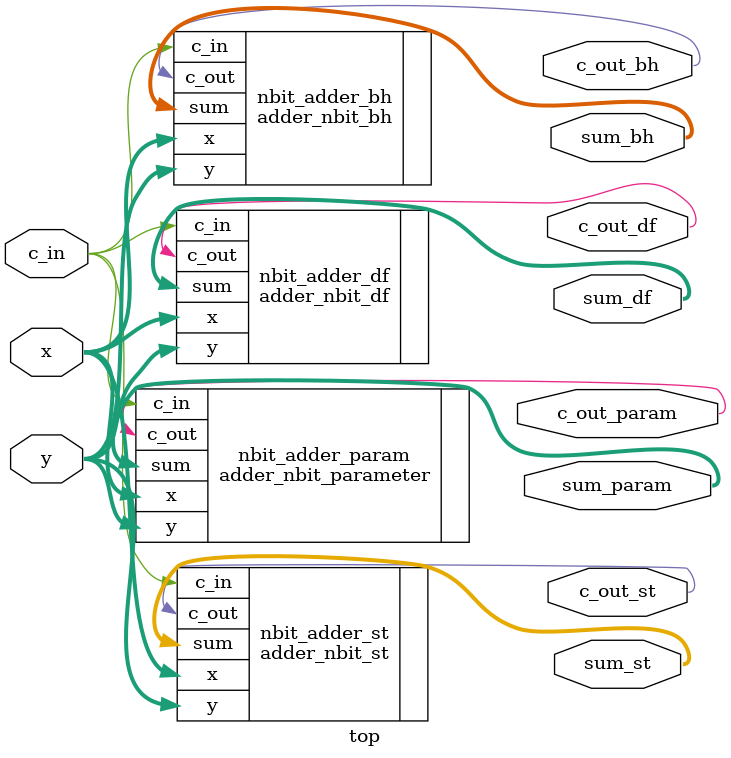
<source format=v>
module top (
    input  wire [3:0] x, 
    input  wire [3:0] y,
    input  wire       c_in,
    
    output wire [3:0] sum_st,
    output wire       c_out_st,
    output wire [3:0] sum_bh,
    output wire       c_out_bh,
    output wire [3:0] sum_df,
    output wire       c_out_df,
    output wire [3:0] sum_param,
    output wire       c_out_param
);

    // Instantiating the different adder modules
    adder_nbit_st #(.N(4)) nbit_adder_st (
        .x(x),
        .y(y),
        .c_in(c_in),
        .sum(sum_st),
        .c_out(c_out_st)
    );

    adder_nbit_bh #(.N(4)) nbit_adder_bh (
        .x(x),
        .y(y),
        .c_in(c_in),
        .sum(sum_bh),
        .c_out(c_out_bh)
    );

    adder_nbit_df #(.N(4)) nbit_adder_df (
        .x(x),
        .y(y),
        .c_in(c_in),
        .sum(sum_df),
        .c_out(c_out_df)
    );

    adder_nbit_parameter #(.N(4)) nbit_adder_param (
        .x(x),
        .y(y),
        .c_in(c_in),
        .sum(sum_param),
        .c_out(c_out_param)
    );

endmodule

</source>
